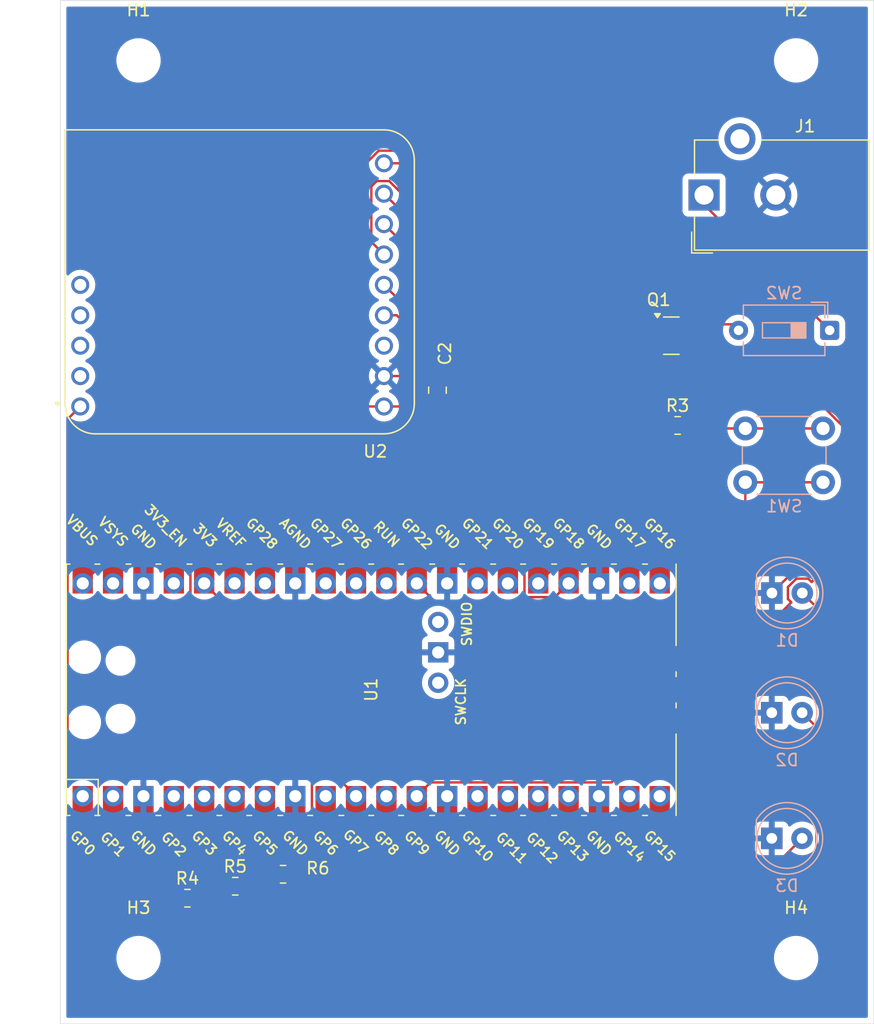
<source format=kicad_pcb>
(kicad_pcb (version 20241229) (generator "pcbnew") (generator_version "9.0")
  (layers (0 "F.Cu" signal) (2 "B.Cu" signal) (13 "F.Paste" user) (15 "B.Paste" user) (5 "F.SilkS" user "F.Silkscreen") (7 "B.SilkS" user "B.Silkscreen") (1 "F.Mask" user) (3 "B.Mask" user) (25 "Edge.Cuts" user))
  (net 0 "")
  (net 1 "VSYS")
  (net 2 "GND")
  (net 3 "Net-(D1-A)")
  (net 4 "Net-(D2-A)")
  (net 5 "Net-(D3-A)")
  (net 6 "VBUS")
  (net 7 "Net-(SW2-A)")
  (net 8 "Net-(Q1-D)")
  (net 9 "/BUTTON")
  (net 10 "/POWER LED")
  (net 11 "/STATUS LED")
  (net 12 "/ERROR LED")
  (net 13 "/3.3V")
  (net 20 "/LORA_MOSI")
  (net 21 "/LORA_CS")
  (net 23 "/LORA_RST")
  (net 27 "/LORA_SCLK")
  (net 28 "/LORA_MISO")
  (net 29 "/LORA_G1")
  (net 41 "/LORA_G0")
  (footprint "MountingHole:MountingHole_3.2mm_M3" (layer "F.Cu") (at 167.5 102.5)
    (property "Reference" "H4" (at 0 -4.2 0) (layer "F.SilkS"))
    (property "Value" "MountingHole")
    (pad "" np_thru_hole circle (at 0 0) (size 3.2 3.2) (drill 3.2) (layers "*.Cu" "*.Mask"))
  )
  (footprint "Resistor_SMD:R_0805_2012Metric" (layer "F.Cu") (at 120.5875 96.5)
    (property "Reference" "R5" (at 0 -1.65 0) (layer "F.SilkS"))
    (property "Value" "330")
    (fp_line (start -0.227064 -0.735) (end 0.227064 -0.735) (stroke (width 0.12)) (layer "F.SilkS"))
    (fp_line (start -0.227064 0.735) (end 0.227064 0.735) (stroke (width 0.12)) (layer "F.SilkS"))
    (pad "1" smd roundrect (at -0.9125 0) (size 1.025 1.4) (layers "F.Cu" "F.Mask" "F.Paste") (roundrect_rratio 0.243902) (net 11 "/STATUS LED"))
    (pad "2" smd roundrect (at 0.9125 0) (size 1.025 1.4) (layers "F.Cu" "F.Mask" "F.Paste") (roundrect_rratio 0.243902) (net 4 "Net-(D2-A)"))
  )
  (footprint "Resistor_SMD:R_0805_2012Metric" (layer "F.Cu") (at 124.5875 95.5)
    (property "Reference" "R6" (at 2.9125 -0.5 0) (layer "F.SilkS"))
    (property "Value" "330")
    (fp_line (start -0.227064 -0.735) (end 0.227064 -0.735) (stroke (width 0.12)) (layer "F.SilkS"))
    (fp_line (start -0.227064 0.735) (end 0.227064 0.735) (stroke (width 0.12)) (layer "F.SilkS"))
    (pad "1" smd roundrect (at -0.9125 0) (size 1.025 1.4) (layers "F.Cu" "F.Mask" "F.Paste") (roundrect_rratio 0.243902) (net 12 "/ERROR LED"))
    (pad "2" smd roundrect (at 0.9125 0) (size 1.025 1.4) (layers "F.Cu" "F.Mask" "F.Paste") (roundrect_rratio 0.243902) (net 5 "Net-(D3-A)"))
  )
  (footprint "Capacitor_SMD:C_0805_2012Metric" (layer "F.Cu") (at 137.5 55.05 90)
    (property "Reference" "C2" (at 3.05 0.625 90) (layer "F.SilkS"))
    (property "Value" "10u")
    (fp_line (start -0.261252 -0.735) (end 0.261252 -0.735) (stroke (width 0.12)) (layer "F.SilkS"))
    (fp_line (start -0.261252 0.735) (end 0.261252 0.735) (stroke (width 0.12)) (layer "F.SilkS"))
    (pad "1" smd roundrect (at -0.95 0 90) (size 1 1.45) (layers "F.Cu" "F.Mask" "F.Paste") (net 1 "VSYS"))
    (pad "2" smd roundrect (at 0.95 0 90) (size 1 1.45) (layers "F.Cu" "F.Mask" "F.Paste") (net 2 "GND"))
  )
  (footprint "MountingHole:MountingHole_3.2mm_M3" (layer "F.Cu") (at 112.5 102.5)
    (property "Reference" "H3" (at 0 -4.2 0) (layer "F.SilkS"))
    (property "Value" "MountingHole")
    (pad "" np_thru_hole circle (at 0 0) (size 3.2 3.2) (drill 3.2) (layers "*.Cu" "*.Mask"))
  )
  (footprint "rfm:rfm" (layer "F.Cu") (at 120.96 46 180)
    (property "Reference" "U2" (at -11.344 -14.17 0) (layer "F.SilkS"))
    (property "Value" "3073")
    (fp_line (start 14.605 12.7) (end -12.065 12.7) (stroke (width 0.127)) (layer "F.SilkS"))
    (fp_line (start 14.605 -10.16) (end 14.605 12.7) (stroke (width 0.127)) (layer "F.SilkS"))
    (fp_line (start -12.065 -12.7) (end 12.065 -12.7) (stroke (width 0.127)) (layer "F.SilkS"))
    (fp_line (start -14.605 10.16) (end -14.605 -10.16) (stroke (width 0.127)) (layer "F.SilkS"))
    (fp_arc (start 12.065 -12.7) (mid 13.861051 -11.956051) (end 14.605 -10.16) (stroke (width 0.127)) (layer "F.SilkS"))
    (fp_arc (start -12.065 12.7) (mid -13.861051 11.956051) (end -14.605 10.16) (stroke (width 0.127)) (layer "F.SilkS"))
    (fp_arc (start -14.605 -10.16) (mid -13.861051 -11.956051) (end -12.065 -12.7) (stroke (width 0.127)) (layer "F.SilkS"))
    (fp_circle (center 15.25 -10.16) (end 15.35 -10.16) (stroke (width 0.2)) (fill no) (layer "F.SilkS"))
    (pad "JP1_1" thru_hole circle (at 13.335 -10.414 180) (size 1.508 1.508) (drill 1) (layers "*.Cu" "*.Mask") (net 29 "/LORA_G1"))
    (pad "JP1_2" thru_hole circle (at 13.335 -7.874 180) (size 1.508 1.508) (drill 1) (layers "*.Cu" "*.Mask"))
    (pad "JP1_3" thru_hole circle (at 13.335 -5.334 180) (size 1.508 1.508) (drill 1) (layers "*.Cu" "*.Mask"))
    (pad "JP1_4" thru_hole circle (at 13.335 -2.794 180) (size 1.508 1.508) (drill 1) (layers "*.Cu" "*.Mask"))
    (pad "JP1_5" thru_hole circle (at 13.335 -0.254 180) (size 1.508 1.508) (drill 1) (layers "*.Cu" "*.Mask"))
    (pad "JP3_1" thru_hole circle (at -12.065 -10.414 180) (size 1.508 1.508) (drill 1) (layers "*.Cu" "*.Mask") (net 1 "VSYS"))
    (pad "JP3_2" thru_hole circle (at -12.065 -7.874 180) (size 1.508 1.508) (drill 1) (layers "*.Cu" "*.Mask") (net 2 "GND"))
    (pad "JP3_3" thru_hole circle (at -12.065 -5.334 180) (size 1.508 1.508) (drill 1) (layers "*.Cu" "*.Mask"))
    (pad "JP3_4" thru_hole circle (at -12.065 -2.794 180) (size 1.508 1.508) (drill 1) (layers "*.Cu" "*.Mask") (net 41 "/LORA_G0"))
    (pad "JP3_5" thru_hole circle (at -12.065 -0.254 180) (size 1.508 1.508) (drill 1) (layers "*.Cu" "*.Mask") (net 27 "/LORA_SCLK"))
    (pad "JP3_6" thru_hole circle (at -12.065 2.286 180) (size 1.508 1.508) (drill 1) (layers "*.Cu" "*.Mask") (net 28 "/LORA_MISO"))
    (pad "JP3_7" thru_hole circle (at -12.065 4.826 180) (size 1.508 1.508) (drill 1) (layers "*.Cu" "*.Mask") (net 20 "/LORA_MOSI"))
    (pad "JP3_8" thru_hole circle (at -12.065 7.366 180) (size 1.508 1.508) (drill 1) (layers "*.Cu" "*.Mask") (net 21 "/LORA_CS"))
    (pad "JP3_9" thru_hole circle (at -12.065 9.906 180) (size 1.508 1.508) (drill 1) (layers "*.Cu" "*.Mask") (net 23 "/LORA_RST"))
  )
  (footprint "MountingHole:MountingHole_3.2mm_M3" (layer "F.Cu") (at 167.5 27.5)
    (property "Reference" "H2" (at 0 -4.2 0) (layer "F.SilkS"))
    (property "Value" "MountingHole")
    (pad "" np_thru_hole circle (at 0 0) (size 3.2 3.2) (drill 3.2) (layers "*.Cu" "*.Mask"))
  )
  (footprint "Resistor_SMD:R_0805_2012Metric" (layer "F.Cu") (at 116.5875 97.5)
    (property "Reference" "R4" (at 0 -1.65 0) (layer "F.SilkS"))
    (property "Value" "330")
    (fp_line (start -0.227064 -0.735) (end 0.227064 -0.735) (stroke (width 0.12)) (layer "F.SilkS"))
    (fp_line (start -0.227064 0.735) (end 0.227064 0.735) (stroke (width 0.12)) (layer "F.SilkS"))
    (pad "1" smd roundrect (at -0.9125 0) (size 1.025 1.4) (layers "F.Cu" "F.Mask" "F.Paste") (roundrect_rratio 0.243902) (net 10 "/POWER LED"))
    (pad "2" smd roundrect (at 0.9125 0) (size 1.025 1.4) (layers "F.Cu" "F.Mask" "F.Paste") (roundrect_rratio 0.243902) (net 3 "Net-(D1-A)"))
  )
  (footprint "Package_TO_SOT_SMD:SOT-23" (layer "F.Cu") (at 157.0625 50.5)
    (property "Reference" "Q1" (at -1.0625 -3 0) (layer "F.SilkS"))
    (property "Value" "PMOS")
    (fp_line (start 0 -1.56) (end -0.65 -1.56) (stroke (width 0.12)) (layer "F.SilkS"))
    (fp_line (start 0 -1.56) (end 0.65 -1.56) (stroke (width 0.12)) (layer "F.SilkS"))
    (fp_line (start 0 1.56) (end -0.65 1.56) (stroke (width 0.12)) (layer "F.SilkS"))
    (fp_line (start 0 1.56) (end 0.65 1.56) (stroke (width 0.12)) (layer "F.SilkS"))
    (fp_poly (pts (xy -1.1625 -1.51) (xy -1.4025 -1.84) (xy -0.9225 -1.84) (xy -1.1625 -1.51)) (stroke (width 0.12)) (fill yes) (layer "F.SilkS"))
    (pad "1" smd roundrect (at -0.9375 -0.95) (size 1.475 0.6) (layers "F.Cu" "F.Mask" "F.Paste") (net 8 "Net-(Q1-D)"))
    (pad "2" smd roundrect (at -0.9375 0.95) (size 1.475 0.6) (layers "F.Cu" "F.Mask" "F.Paste") (net 6 "VBUS"))
    (pad "3" smd roundrect (at 0.9375 0) (size 1.475 0.6) (layers "F.Cu" "F.Mask" "F.Paste") (net 1 "VSYS"))
  )
  (footprint "MountingHole:MountingHole_3.2mm_M3" (layer "F.Cu") (at 112.5 27.5)
    (property "Reference" "H1" (at 0 -4.2 0) (layer "F.SilkS"))
    (property "Value" "MountingHole")
    (pad "" np_thru_hole circle (at 0 0) (size 3.2 3.2) (drill 3.2) (layers "*.Cu" "*.Mask"))
  )
  (footprint "Resistor_SMD:R_0805_2012Metric" (layer "F.Cu") (at 157.5875 58)
    (property "Reference" "R3" (at 0 -1.65 0) (layer "F.SilkS"))
    (property "Value" "10k")
    (fp_line (start -0.227064 -0.735) (end 0.227064 -0.735) (stroke (width 0.12)) (layer "F.SilkS"))
    (fp_line (start -0.227064 0.735) (end 0.227064 0.735) (stroke (width 0.12)) (layer "F.SilkS"))
    (pad "1" smd roundrect (at -0.9125 0) (size 1.025 1.4) (layers "F.Cu" "F.Mask" "F.Paste") (roundrect_rratio 0.243902) (net 2 "GND"))
    (pad "2" smd roundrect (at 0.9125 0) (size 1.025 1.4) (layers "F.Cu" "F.Mask" "F.Paste") (roundrect_rratio 0.243902) (net 9 "/BUTTON"))
  )
  (footprint "Connector_BarrelJack:BarrelJack_CUI_PJ-102AH_Horizontal" (layer "F.Cu") (at 159.8 38.75 90)
    (property "Reference" "J1" (at 5.75 8.45 0) (layer "F.SilkS"))
    (property "Value" "Barrel_Jack")
    (fp_line (start -4.84 -1.04) (end -3.1 -1.04) (stroke (width 0.12)) (layer "F.SilkS"))
    (fp_line (start 4.6 -0.8) (end 4.6 1.2) (stroke (width 0.12)) (layer "F.SilkS"))
    (fp_line (start 1.8 -0.8) (end 4.6 -0.8) (stroke (width 0.12)) (layer "F.SilkS"))
    (fp_line (start -4.6 -0.8) (end -1.8 -0.8) (stroke (width 0.12)) (layer "F.SilkS"))
    (fp_line (start -4.84 0.7) (end -4.84 -1.04) (stroke (width 0.12)) (layer "F.SilkS"))
    (fp_line (start 4.6 4.8) (end 4.6 13.8) (stroke (width 0.12)) (layer "F.SilkS"))
    (fp_line (start 4.6 13.8) (end -4.6 13.8) (stroke (width 0.12)) (layer "F.SilkS"))
    (fp_line (start -4.6 13.8) (end -4.6 -0.8) (stroke (width 0.12)) (layer "F.SilkS"))
    (pad "1" thru_hole rect (at 0 0 90) (size 2.6 2.6) (drill 1.6) (layers "*.Cu" "*.Mask") (net 7 "Net-(SW2-A)"))
    (pad "2" thru_hole circle (at 0 6 90) (size 2.6 2.6) (drill 1.6) (layers "*.Cu" "*.Mask") (net 2 "GND"))
    (pad "3" thru_hole circle (at 4.7 3 90) (size 2.6 2.6) (drill 1.6) (layers "*.Cu" "*.Mask"))
  )
  (footprint "pico:RPi_PicoW_SMD_TH" (layer "F.Cu") (at 131.96 80.0841 90)
    (property "Reference" "U1" (at 0 0 90) (layer "F.SilkS"))
    (property "Value" "PicoW")
    (fp_line (start 10.5 -25.5) (end 10.5 -25.2) (stroke (width 0.12)) (layer "F.SilkS"))
    (fp_line (start -10.5 -25.5) (end 10.5 -25.5) (stroke (width 0.12)) (layer "F.SilkS"))
    (fp_line (start -10.5 -25.5) (end -10.5 -25.2) (stroke (width 0.12)) (layer "F.SilkS"))
    (fp_line (start 10.5 -23.1) (end 10.5 -22.7) (stroke (width 0.12)) (layer "F.SilkS"))
    (fp_line (start -10.5 -23.1) (end -10.5 -22.7) (stroke (width 0.12)) (layer "F.SilkS"))
    (fp_line (start -7.493 -22.833) (end -7.493 -25.5) (stroke (width 0.12)) (layer "F.SilkS"))
    (fp_line (start -10.5 -22.833) (end -7.493 -22.833) (stroke (width 0.12)) (layer "F.SilkS"))
    (fp_line (start 10.5 -20.5) (end 10.5 -20.1) (stroke (width 0.12)) (layer "F.SilkS"))
    (fp_line (start -10.5 -20.5) (end -10.5 -20.1) (stroke (width 0.12)) (layer "F.SilkS"))
    (fp_line (start 10.5 -18) (end 10.5 -17.6) (stroke (width 0.12)) (layer "F.SilkS"))
    (fp_line (start -10.5 -18) (end -10.5 -17.6) (stroke (width 0.12)) (layer "F.SilkS"))
    (fp_line (start 10.5 -15.4) (end 10.5 -15) (stroke (width 0.12)) (layer "F.SilkS"))
    (fp_line (start -10.5 -15.4) (end -10.5 -15) (stroke (width 0.12)) (layer "F.SilkS"))
    (fp_line (start 10.5 -12.9) (end 10.5 -12.5) (stroke (width 0.12)) (layer "F.SilkS"))
    (fp_line (start -10.5 -12.9) (end -10.5 -12.5) (stroke (width 0.12)) (layer "F.SilkS"))
    (fp_line (start 10.5 -10.4) (end 10.5 -10) (stroke (width 0.12)) (layer "F.SilkS"))
    (fp_line (start -10.5 -10.4) (end -10.5 -10) (stroke (width 0.12)) (layer "F.SilkS"))
    (fp_line (start 10.5 -7.8) (end 10.5 -7.4) (stroke (width 0.12)) (layer "F.SilkS"))
    (fp_line (start -10.5 -7.8) (end -10.5 -7.4) (stroke (width 0.12)) (layer "F.SilkS"))
    (fp_line (start 10.5 -5.3) (end 10.5 -4.9) (stroke (width 0.12)) (layer "F.SilkS"))
    (fp_line (start -10.5 -5.3) (end -10.5 -4.9) (stroke (width 0.12)) (layer "F.SilkS"))
    (fp_line (start 10.5 -2.7) (end 10.5 -2.3) (stroke (width 0.12)) (layer "F.SilkS"))
    (fp_line (start -10.5 -2.7) (end -10.5 -2.3) (stroke (width 0.12)) (layer "F.SilkS"))
    (fp_line (start 10.5 -0.2) (end 10.5 0.2) (stroke (width 0.12)) (layer "F.SilkS"))
    (fp_line (start -10.5 -0.2) (end -10.5 0.2) (stroke (width 0.12)) (layer "F.SilkS"))
    (fp_line (start 10.5 2.3) (end 10.5 2.7) (stroke (width 0.12)) (layer "F.SilkS"))
    (fp_line (start -10.5 2.3) (end -10.5 2.7) (stroke (width 0.12)) (layer "F.SilkS"))
    (fp_line (start 10.5 4.9) (end 10.5 5.3) (stroke (width 0.12)) (layer "F.SilkS"))
    (fp_line (start -10.5 4.9) (end -10.5 5.3) (stroke (width 0.12)) (layer "F.SilkS"))
    (fp_line (start 10.5 7.4) (end 10.5 7.8) (stroke (width 0.12)) (layer "F.SilkS"))
    (fp_line (start -10.5 7.4) (end -10.5 7.8) (stroke (width 0.12)) (layer "F.SilkS"))
    (fp_line (start 10.5 10) (end 10.5 10.4) (stroke (width 0.12)) (layer "F.SilkS"))
    (fp_line (start -10.5 10) (end -10.5 10.4) (stroke (width 0.12)) (layer "F.SilkS"))
    (fp_line (start 10.5 12.5) (end 10.5 12.9) (stroke (width 0.12)) (layer "F.SilkS"))
    (fp_line (start -10.5 12.5) (end -10.5 12.9) (stroke (width 0.12)) (layer "F.SilkS"))
    (fp_line (start 10.5 15.1) (end 10.5 15.5) (stroke (width 0.12)) (layer "F.SilkS"))
    (fp_line (start -10.5 15.1) (end -10.5 15.5) (stroke (width 0.12)) (layer "F.SilkS"))
    (fp_line (start 10.5 17.6) (end 10.5 18) (stroke (width 0.12)) (layer "F.SilkS"))
    (fp_line (start -10.5 17.6) (end -10.5 18) (stroke (width 0.12)) (layer "F.SilkS"))
    (fp_line (start 10.5 20.1) (end 10.5 20.5) (stroke (width 0.12)) (layer "F.SilkS"))
    (fp_line (start -10.5 20.1) (end -10.5 20.5) (stroke (width 0.12)) (layer "F.SilkS"))
    (fp_line (start 10.5 22.7) (end 10.5 23.1) (stroke (width 0.12)) (layer "F.SilkS"))
    (fp_line (start -10.5 22.7) (end -10.5 23.1) (stroke (width 0.12)) (layer "F.SilkS"))
    (fp_line (start 10.5 25.5) (end 3.7 25.5) (stroke (width 0.12)) (layer "F.SilkS"))
    (fp_line (start 1.1 25.5) (end 1.5 25.5) (stroke (width 0.12)) (layer "F.SilkS"))
    (fp_line (start -1.5 25.5) (end -1.1 25.5) (stroke (width 0.12)) (layer "F.SilkS"))
    (fp_line (start -3.7 25.5) (end -10.5 25.5) (stroke (width 0.12)) (layer "F.SilkS"))
    (fp_text user "VSYS" (at 13.2 -21.59 135) (layer "F.SilkS") (effects (font (size 0.8 0.8))))
    (fp_text user "GP2" (at -12.9 -16.51 135) (layer "F.SilkS") (effects (font (size 0.8 0.8))))
    (fp_text user "VBUS" (at 13.3 -24.2 135) (layer "F.SilkS") (effects (font (size 0.8 0.8))))
    (fp_text user "GP4" (at -12.8 -11.43 135) (layer "F.SilkS") (effects (font (size 0.8 0.8))))
    (fp_text user "GP12" (at -13.2 14.2925 135) (layer "F.SilkS") (effects (font (size 0.8 0.8))))
    (fp_text user "GND" (at -12.8 19.05 135) (layer "F.SilkS") (effects (font (size 0.8 0.8))))
    (fp_text user "GP19" (at 13.054 13.97 135) (layer "F.SilkS") (effects (font (size 0.8 0.8))))
    (fp_text user "GP22" (at 13.054 3.81 135) (layer "F.SilkS") (effects (font (size 0.8 0.8))))
    (fp_text user "GP17" (at 13.054 21.59 135) (layer "F.SilkS") (effects (font (size 0.8 0.8))))
    (fp_text user "GP20" (at 13.054 11.43 135) (layer "F.SilkS") (effects (font (size 0.8 0.8))))
    (fp_text user "GND" (at 12.8 19.05 135) (layer "F.SilkS") (effects (font (size 0.8 0.8))))
    (fp_text user "GP16" (at 13.054 24.13 135) (layer "F.SilkS") (effects (font (size 0.8 0.8))))
    (fp_text user "GP0" (at -12.8 -24.13 135) (layer "F.SilkS") (effects (font (size 0.8 0.8))))
    (fp_text user "GND" (at 12.8 6.35 135) (layer "F.SilkS") (effects (font (size 0.8 0.8))))
    (fp_text user "GP11" (at -13.2 11.7525 135) (layer "F.SilkS") (effects (font (size 0.8 0.8))))
    (fp_text user "3V3" (at 12.9 -13.9 135) (layer "F.SilkS") (effects (font (size 0.8 0.8))))
    (fp_text user "GND" (at -12.8 6.35 135) (layer "F.SilkS") (effects (font (size 0.8 0.8))))
    (fp_text user "GP1" (at -12.9 -21.6 135) (layer "F.SilkS") (effects (font (size 0.8 0.8))))
    (fp_text user "GND" (at -12.8 -19.05 135) (layer "F.SilkS") (effects (font (size 0.8 0.8))))
    (fp_text user "GP8" (at -12.8 1.27 135) (layer "F.SilkS") (effects (font (size 0.8 0.8))))
    (fp_text user "VREF" (at 13.0675 -11.7425 135) (layer "F.SilkS") (effects (font (size 0.8 0.8))))
    (fp_text user "GP15" (at -13.054 24.13 135) (layer "F.SilkS") (effects (font (size 0.8 0.8))))
    (fp_text user "GP13" (at -13.054 16.8325 135) (layer "F.SilkS") (effects (font (size 0.8 0.8))))
    (fp_text user "AGND" (at 13.054 -6.35 135) (layer "F.SilkS") (effects (font (size 0.8 0.8))))
    (fp_text user "GP27" (at 13.054 -3.8 135) (layer "F.SilkS") (effects (font (size 0.8 0.8))))
    (fp_text user "GND" (at 12.8 -19.05 135) (layer "F.SilkS") (effects (font (size 0.8 0.8))))
    (fp_text user "GND" (at -12.8 -6.35 135) (layer "F.SilkS") (effects (font (size 0.8 0.8))))
    (fp_text user "GP10" (at -13.054 8.89 135) (layer "F.SilkS") (effects (font (size 0.8 0.8))))
    (fp_text user "GP5" (at -12.8 -8.89 135) (layer "F.SilkS") (effects (font (size 0.8 0.8))))
    (fp_text user "SWCLK" (at -1 7.5 90) (layer "F.SilkS") (effects (font (size 0.8 0.8))))
    (fp_text user "GP9" (at -12.8 3.81 135) (layer "F.SilkS") (effects (font (size 0.8 0.8))))
    (fp_text user "GP21" (at 13.054 8.9 135) (layer "F.SilkS") (effects (font (size 0.8 0.8))))
    (fp_text user "SWDIO" (at 5.5 8 90) (layer "F.SilkS") (effects (font (size 0.8 0.8))))
    (fp_text user "GP3" (at -12.8 -13.97 135) (layer "F.SilkS") (effects (font (size 0.8 0.8))))
    (fp_text user "GP28" (at 13.054 -9.144 135) (layer "F.SilkS") (effects (font (size 0.8 0.8))))
    (fp_text user "RUN" (at 13 1.27 135) (layer "F.SilkS") (effects (font (size 0.8 0.8))))
    (fp_text user "GP14" (at -13.1 21.59 135) (layer "F.SilkS") (effects (font (size 0.8 0.8))))
    (fp_text user "3V3_EN" (at 13.7 -17.2 135) (layer "F.SilkS") (effects (font (size 0.8 0.8))))
    (fp_text user "GP6" (at -12.8 -3.81 135) (layer "F.SilkS") (effects (font (size 0.8 0.8))))
    (fp_text user "GP7" (at -12.7 -1.3 135) (layer "F.SilkS") (effects (font (size 0.8 0.8))))
    (fp_text user "GP26" (at 13.054 -1.27 135) (layer "F.SilkS") (effects (font (size 0.8 0.8))))
    (fp_text user "GP18" (at 13.054 16.51 135) (layer "F.SilkS") (effects (font (size 0.8 0.8))))
    (pad "" np_thru_hole oval (at -2.725 -24 90) (size 1.8 1.8) (drill 1.8) (layers "*.Cu" "*.Mask"))
    (pad "" np_thru_hole oval (at -2.425 -20.97 90) (size 1.5 1.5) (drill 1.5) (layers "*.Cu" "*.Mask"))
    (pad "" np_thru_hole oval (at 2.425 -20.97 90) (size 1.5 1.5) (drill 1.5) (layers "*.Cu" "*.Mask"))
    (pad "" np_thru_hole oval (at 2.725 -24 90) (size 1.8 1.8) (drill 1.8) (layers "*.Cu" "*.Mask"))
    (pad "1" thru_hole oval (at -8.89 -24.13 90) (size 1.7 1.7) (drill 1.02) (layers "*.Cu" "*.Mask"))
    (pad "1" smd rect (at -8.89 -24.13 90) (size 3.5 1.7) (drill (offset -0.9 0)) (layers "F.Cu" "F.Mask"))
    (pad "2" thru_hole oval (at -8.89 -21.59 90) (size 1.7 1.7) (drill 1.02) (layers "*.Cu" "*.Mask"))
    (pad "2" smd rect (at -8.89 -21.59 90) (size 3.5 1.7) (drill (offset -0.9 0)) (layers "F.Cu" "F.Mask"))
    (pad "3" thru_hole rect (at -8.89 -19.05 90) (size 1.7 1.7) (drill 1.02) (layers "*.Cu" "*.Mask") (net 2 "GND"))
    (pad "3" smd rect (at -8.89 -19.05 90) (size 3.5 1.7) (drill (offset -0.9 0)) (layers "F.Cu" "F.Mask") (net 2 "GND"))
    (pad "4" thru_hole oval (at -8.89 -16.51 90) (size 1.7 1.7) (drill 1.02) (layers "*.Cu" "*.Mask") (net 10 "/POWER LED"))
    (pad "4" smd rect (at -8.89 -16.51 90) (size 3.5 1.7) (drill (offset -0.9 0)) (layers "F.Cu" "F.Mask") (net 10 "/POWER LED"))
    (pad "5" thru_hole oval (at -8.89 -13.97 90) (size 1.7 1.7) (drill 1.02) (layers "*.Cu" "*.Mask") (net 11 "/STATUS LED"))
    (pad "5" smd rect (at -8.89 -13.97 90) (size 3.5 1.7) (drill (offset -0.9 0)) (layers "F.Cu" "F.Mask") (net 11 "/STATUS LED"))
    (pad "6" thru_hole oval (at -8.89 -11.43 90) (size 1.7 1.7) (drill 1.02) (layers "*.Cu" "*.Mask") (net 12 "/ERROR LED"))
    (pad "6" smd rect (at -8.89 -11.43 90) (size 3.5 1.7) (drill (offset -0.9 0)) (layers "F.Cu" "F.Mask") (net 12 "/ERROR LED"))
    (pad "7" thru_hole oval (at -8.89 -8.89 90) (size 1.7 1.7) (drill 1.02) (layers "*.Cu" "*.Mask"))
    (pad "7" smd rect (at -8.89 -8.89 90) (size 3.5 1.7) (drill (offset -0.9 0)) (layers "F.Cu" "F.Mask"))
    (pad "8" thru_hole rect (at -8.89 -6.35 90) (size 1.7 1.7) (drill 1.02) (layers "*.Cu" "*.Mask") (net 2 "GND"))
    (pad "8" smd rect (at -8.89 -6.35 90) (size 3.5 1.7) (drill (offset -0.9 0)) (layers "F.Cu" "F.Mask") (net 2 "GND"))
    (pad "9" thru_hole oval (at -8.89 -3.81 90) (size 1.7 1.7) (drill 1.02) (layers "*.Cu" "*.Mask"))
    (pad "9" smd rect (at -8.89 -3.81 90) (size 3.5 1.7) (drill (offset -0.9 0)) (layers "F.Cu" "F.Mask"))
    (pad "10" thru_hole oval (at -8.89 -1.27 90) (size 1.7 1.7) (drill 1.02) (layers "*.Cu" "*.Mask") (net 41 "/LORA_G0"))
    (pad "10" smd rect (at -8.89 -1.27 90) (size 3.5 1.7) (drill (offset -0.9 0)) (layers "F.Cu" "F.Mask") (net 41 "/LORA_G0"))
    (pad "11" thru_hole oval (at -8.89 1.27 90) (size 1.7 1.7) (drill 1.02) (layers "*.Cu" "*.Mask"))
    (pad "11" smd rect (at -8.89 1.27 90) (size 3.5 1.7) (drill (offset -0.9 0)) (layers "F.Cu" "F.Mask"))
    (pad "12" thru_hole oval (at -8.89 3.81 90) (size 1.7 1.7) (drill 1.02) (layers "*.Cu" "*.Mask") (net 23 "/LORA_RST"))
    (pad "12" smd rect (at -8.89 3.81 90) (size 3.5 1.7) (drill (offset -0.9 0)) (layers "F.Cu" "F.Mask") (net 23 "/LORA_RST"))
    (pad "13" thru_hole rect (at -8.89 6.35 90) (size 1.7 1.7) (drill 1.02) (layers "*.Cu" "*.Mask") (net 2 "GND"))
    (pad "13" smd rect (at -8.89 6.35 90) (size 3.5 1.7) (drill (offset -0.9 0)) (layers "F.Cu" "F.Mask") (net 2 "GND"))
    (pad "14" thru_hole oval (at -8.89 8.89 90) (size 1.7 1.7) (drill 1.02) (layers "*.Cu" "*.Mask") (net 29 "/LORA_G1"))
    (pad "14" smd rect (at -8.89 8.89 90) (size 3.5 1.7) (drill (offset -0.9 0)) (layers "F.Cu" "F.Mask") (net 29 "/LORA_G1"))
    (pad "15" thru_hole oval (at -8.89 11.43 90) (size 1.7 1.7) (drill 1.02) (layers "*.Cu" "*.Mask"))
    (pad "15" smd rect (at -8.89 11.43 90) (size 3.5 1.7) (drill (offset -0.9 0)) (layers "F.Cu" "F.Mask"))
    (pad "16" thru_hole oval (at -8.89 13.97 90) (size 1.7 1.7) (drill 1.02) (layers "*.Cu" "*.Mask"))
    (pad "16" smd rect (at -8.89 13.97 90) (size 3.5 1.7) (drill (offset -0.9 0)) (layers "F.Cu" "F.Mask"))
    (pad "17" thru_hole oval (at -8.89 16.51 90) (size 1.7 1.7) (drill 1.02) (layers "*.Cu" "*.Mask"))
    (pad "17" smd rect (at -8.89 16.51 90) (size 3.5 1.7) (drill (offset -0.9 0)) (layers "F.Cu" "F.Mask"))
    (pad "18" thru_hole rect (at -8.89 19.05 90) (size 1.7 1.7) (drill 1.02) (layers "*.Cu" "*.Mask") (net 2 "GND"))
    (pad "18" smd rect (at -8.89 19.05 90) (size 3.5 1.7) (drill (offset -0.9 0)) (layers "F.Cu" "F.Mask") (net 2 "GND"))
    (pad "19" thru_hole oval (at -8.89 21.59 90) (size 1.7 1.7) (drill 1.02) (layers "*.Cu" "*.Mask"))
    (pad "19" smd rect (at -8.89 21.59 90) (size 3.5 1.7) (drill (offset -0.9 0)) (layers "F.Cu" "F.Mask"))
    (pad "20" thru_hole oval (at -8.89 24.13 90) (size 1.7 1.7) (drill 1.02) (layers "*.Cu" "*.Mask"))
    (pad "20" smd rect (at -8.89 24.13 90) (size 3.5 1.7) (drill (offset -0.9 0)) (layers "F.Cu" "F.Mask"))
    (pad "21" thru_hole oval (at 8.89 24.13 90) (size 1.7 1.7) (drill 1.02) (layers "*.Cu" "*.Mask") (net 28 "/LORA_MISO"))
    (pad "21" smd rect (at 8.89 24.13 90) (size 3.5 1.7) (drill (offset 0.9 0)) (layers "F.Cu" "F.Mask") (net 28 "/LORA_MISO"))
    (pad "22" thru_hole oval (at 8.89 21.59 90) (size 1.7 1.7) (drill 1.02) (layers "*.Cu" "*.Mask") (net 21 "/LORA_CS"))
    (pad "22" smd rect (at 8.89 21.59 90) (size 3.5 1.7) (drill (offset 0.9 0)) (layers "F.Cu" "F.Mask") (net 21 "/LORA_CS"))
    (pad "23" thru_hole rect (at 8.89 19.05 90) (size 1.7 1.7) (drill 1.02) (layers "*.Cu" "*.Mask") (net 2 "GND"))
    (pad "23" smd rect (at 8.89 19.05 90) (size 3.5 1.7) (drill (offset 0.9 0)) (layers "F.Cu" "F.Mask") (net 2 "GND"))
    (pad "24" thru_hole oval (at 8.89 16.51 90) (size 1.7 1.7) (drill 1.02) (layers "*.Cu" "*.Mask") (net 27 "/LORA_SCLK"))
    (pad "24" smd rect (at 8.89 16.51 90) (size 3.5 1.7) (drill (offset 0.9 0)) (layers "F.Cu" "F.Mask") (net 27 "/LORA_SCLK"))
    (pad "25" thru_hole oval (at 8.89 13.97 90) (size 1.7 1.7) (drill 1.02) (layers "*.Cu" "*.Mask") (net 20 "/LORA_MOSI"))
    (pad "25" smd rect (at 8.89 13.97 90) (size 3.5 1.7) (drill (offset 0.9 0)) (layers "F.Cu" "F.Mask") (net 20 "/LORA_MOSI"))
    (pad "26" thru_hole oval (at 8.89 11.43 90) (size 1.7 1.7) (drill 1.02) (layers "*.Cu" "*.Mask"))
    (pad "26" smd rect (at 8.89 11.43 90) (size 3.5 1.7) (drill (offset 0.9 0)) (layers "F.Cu" "F.Mask"))
    (pad "27" thru_hole oval (at 8.89 8.89 90) (size 1.7 1.7) (drill 1.02) (layers "*.Cu" "*.Mask"))
    (pad "27" smd rect (at 8.89 8.89 90) (size 3.5 1.7) (drill (offset 0.9 0)) (layers "F.Cu" "F.Mask"))
    (pad "28" thru_hole rect (at 8.89 6.35 90) (size 1.7 1.7) (drill 1.02) (layers "*.Cu" "*.Mask") (net 2 "GND"))
    (pad "28" smd rect (at 8.89 6.35 90) (size 3.5 1.7) (drill (offset 0.9 0)) (layers "F.Cu" "F.Mask") (net 2 "GND"))
    (pad "29" thru_hole oval (at 8.89 3.81 90) (size 1.7 1.7) (drill 1.02) (layers "*.Cu" "*.Mask") (net 9 "/BUTTON"))
    (pad "29" smd rect (at 8.89 3.81 90) (size 3.5 1.7) (drill (offset 0.9 0)) (layers "F.Cu" "F.Mask") (net 9 "/BUTTON"))
    (pad "30" thru_hole oval (at 8.89 1.27 90) (size 1.7 1.7) (drill 1.02) (layers "*.Cu" "*.Mask"))
    (pad "30" smd rect (at 8.89 1.27 90) (size 3.5 1.7) (drill (offset 0.9 0)) (layers "F.Cu" "F.Mask"))
    (pad "31" thru_hole oval (at 8.89 -1.27 90) (size 1.7 1.7) (drill 1.02) (layers "*.Cu" "*.Mask"))
    (pad "31" smd rect (at 8.89 -1.27 90) (size 3.5 1.7) (drill (offset 0.9 0)) (layers "F.Cu" "F.Mask"))
    (pad "32" thru_hole oval (at 8.89 -3.81 90) (size 1.7 1.7) (drill 1.02) (layers "*.Cu" "*.Mask"))
    (pad "32" smd rect (at 8.89 -3.81 90) (size 3.5 1.7) (drill (offset 0.9 0)) (layers "F.Cu" "F.Mask"))
    (pad "33" thru_hole rect (at 8.89 -6.35 90) (size 1.7 1.7) (drill 1.02) (layers "*.Cu" "*.Mask") (net 2 "GND"))
    (pad "33" smd rect (at 8.89 -6.35 90) (size 3.5 1.7) (drill (offset 0.9 0)) (layers "F.Cu" "F.Mask") (net 2 "GND"))
    (pad "34" thru_hole oval (at 8.89 -8.89 90) (size 1.7 1.7) (drill 1.02) (layers "*.Cu" "*.Mask"))
    (pad "34" smd rect (at 8.89 -8.89 90) (size 3.5 1.7) (drill (offset 0.9 0)) (layers "F.Cu" "F.Mask"))
    (pad "35" thru_hole oval (at 8.89 -11.43 90) (size 1.7 1.7) (drill 1.02) (layers "*.Cu" "*.Mask"))
    (pad "35" smd rect (at 8.89 -11.43 90) (size 3.5 1.7) (drill (offset 0.9 0)) (layers "F.Cu" "F.Mask"))
    (pad "36" thru_hole oval (at 8.89 -13.97 90) (size 1.7 1.7) (drill 1.02) (layers "*.Cu" "*.Mask") (net 13 "/3.3V"))
    (pad "36" smd rect (at 8.89 -13.97 90) (size 3.5 1.7) (drill (offset 0.9 0)) (layers "F.Cu" "F.Mask") (net 13 "/3.3V"))
    (pad "37" thru_hole oval (at 8.89 -16.51 90) (size 1.7 1.7) (drill 1.02) (layers "*.Cu" "*.Mask"))
    (pad "37" smd rect (at 8.89 -16.51 90) (size 3.5 1.7) (drill (offset 0.9 0)) (layers "F.Cu" "F.Mask"))
    (pad "38" thru_hole rect (at 8.89 -19.05 90) (size 1.7 1.7) (drill 1.02) (layers "*.Cu" "*.Mask") (net 2 "GND"))
    (pad "38" smd rect (at 8.89 -19.05 90) (size 3.5 1.7) (drill (offset 0.9 0)) (layers "F.Cu" "F.Mask") (net 2 "GND"))
    (pad "39" thru_hole oval (at 8.89 -21.59 90) (size 1.7 1.7) (drill 1.02) (layers "*.Cu" "*.Mask") (net 1 "VSYS"))
    (pad "39" smd rect (at 8.89 -21.59 90) (size 3.5 1.7) (drill (offset 0.9 0)) (layers "F.Cu" "F.Mask") (net 1 "VSYS"))
    (pad "40" thru_hole oval (at 8.89 -24.13 90) (size 1.7 1.7) (drill 1.02) (layers "*.Cu" "*.Mask") (net 6 "VBUS"))
    (pad "40" smd rect (at 8.89 -24.13 90) (size 3.5 1.7) (drill (offset 0.9 0)) (layers "F.Cu" "F.Mask") (net 6 "VBUS"))
    (pad "41" thru_hole oval (at 0.5841 5.6 90) (size 1.7 1.7) (drill 1.02) (layers "*.Cu" "*.Mask"))
    (pad "42" thru_hole rect (at 3.1241 5.6 90) (size 1.7 1.7) (drill 1.02) (layers "*.Cu" "*.Mask") (net 2 "GND"))
    (pad "43" thru_hole oval (at 5.6641 5.6 90) (size 1.7 1.7) (drill 1.02) (layers "*.Cu" "*.Mask"))
  )
  (footprint "LED_THT:LED_D5.0mm_Clear" (layer "B.Cu") (at 165.475 72)
    (property "Reference" "D1" (at 1.27 3.96 0) (layer "B.SilkS") (effects (justify mirror)))
    (property "Value" "LED")
    (fp_line (start -1.29 1.545) (end -1.29 -1.545) (stroke (width 0.12)) (layer "B.SilkS"))
    (fp_arc (start -1.29 -1.54483) (mid 2.071756 -2.880501) (end 4.26 -0.000048) (stroke (width 0.12)) (layer "B.SilkS"))
    (fp_arc (start 4.26 0.000048) (mid 2.071756 2.880501) (end -1.29 1.54483) (stroke (width 0.12)) (layer "B.SilkS"))
    (fp_circle (center 1.27 0) (end 3.77 0) (stroke (width 0.12)) (fill no) (layer "B.SilkS"))
    (pad "1" thru_hole rect (at 0 0) (size 1.8 1.8) (drill 0.9) (layers "*.Cu" "*.Mask") (net 2 "GND"))
    (pad "2" thru_hole circle (at 2.54 0) (size 1.8 1.8) (drill 0.9) (layers "*.Cu" "*.Mask") (net 3 "Net-(D1-A)"))
  )
  (footprint "LED_THT:LED_D5.0mm_Clear" (layer "B.Cu") (at 165.46 82)
    (property "Reference" "D2" (at 1.27 3.96 0) (layer "B.SilkS") (effects (justify mirror)))
    (property "Value" "LED")
    (fp_line (start -1.29 1.545) (end -1.29 -1.545) (stroke (width 0.12)) (layer "B.SilkS"))
    (fp_arc (start -1.29 -1.54483) (mid 2.071756 -2.880501) (end 4.26 -0.000048) (stroke (width 0.12)) (layer "B.SilkS"))
    (fp_arc (start 4.26 0.000048) (mid 2.071756 2.880501) (end -1.29 1.54483) (stroke (width 0.12)) (layer "B.SilkS"))
    (fp_circle (center 1.27 0) (end 3.77 0) (stroke (width 0.12)) (fill no) (layer "B.SilkS"))
    (pad "1" thru_hole rect (at 0 0) (size 1.8 1.8) (drill 0.9) (layers "*.Cu" "*.Mask") (net 2 "GND"))
    (pad "2" thru_hole circle (at 2.54 0) (size 1.8 1.8) (drill 0.9) (layers "*.Cu" "*.Mask") (net 4 "Net-(D2-A)"))
  )
  (footprint "LED_THT:LED_D5.0mm_Clear" (layer "B.Cu") (at 165.46 92.5)
    (property "Reference" "D3" (at 1.27 3.96 0) (layer "B.SilkS") (effects (justify mirror)))
    (property "Value" "LED")
    (fp_line (start -1.29 1.545) (end -1.29 -1.545) (stroke (width 0.12)) (layer "B.SilkS"))
    (fp_arc (start -1.29 -1.54483) (mid 2.071756 -2.880501) (end 4.26 -0.000048) (stroke (width 0.12)) (layer "B.SilkS"))
    (fp_arc (start 4.26 0.000048) (mid 2.071756 2.880501) (end -1.29 1.54483) (stroke (width 0.12)) (layer "B.SilkS"))
    (fp_circle (center 1.27 0) (end 3.77 0) (stroke (width 0.12)) (fill no) (layer "B.SilkS"))
    (pad "1" thru_hole rect (at 0 0) (size 1.8 1.8) (drill 0.9) (layers "*.Cu" "*.Mask") (net 2 "GND"))
    (pad "2" thru_hole circle (at 2.54 0) (size 1.8 1.8) (drill 0.9) (layers "*.Cu" "*.Mask") (net 5 "Net-(D3-A)"))
  )
  (footprint "Button_Switch_THT:SW_PUSH_6mm" (layer "B.Cu") (at 163.25 62.75)
    (property "Reference" "SW1" (at 3.25 2 0) (layer "B.SilkS") (effects (justify mirror)))
    (property "Value" "SW_Push")
    (fp_line (start -0.25 -1.5) (end -0.25 -3) (stroke (width 0.12)) (layer "B.SilkS"))
    (fp_line (start 1 -5.5) (end 5.5 -5.5) (stroke (width 0.12)) (layer "B.SilkS"))
    (fp_line (start 5.5 1) (end 1 1) (stroke (width 0.12)) (layer "B.SilkS"))
    (fp_line (start 6.75 -3) (end 6.75 -1.5) (stroke (width 0.12)) (layer "B.SilkS"))
    (pad "1" thru_hole circle (at 0 0 270) (size 2 2) (drill 1.1) (layers "*.Cu" "*.Mask") (net 13 "/3.3V"))
    (pad "1" thru_hole circle (at 6.5 0 270) (size 2 2) (drill 1.1) (layers "*.Cu" "*.Mask") (net 13 "/3.3V"))
    (pad "2" thru_hole circle (at 0 -4.5 270) (size 2 2) (drill 1.1) (layers "*.Cu" "*.Mask") (net 9 "/BUTTON"))
    (pad "2" thru_hole circle (at 6.5 -4.5 270) (size 2 2) (drill 1.1) (layers "*.Cu" "*.Mask") (net 9 "/BUTTON"))
  )
  (footprint "Button_Switch_THT:SW_DIP_SPSTx01_Slide_6.7x4.1mm_W7.62mm_P2.54mm_LowProfile" (layer "B.Cu") (at 170.305 50.0525 180)
    (property "Reference" "SW2" (at 3.81 3.11 0) (layer "B.SilkS") (effects (justify mirror)))
    (property "Value" "SW_SPST")
    (fp_line (start 7.22 2.11) (end 7.22 0.96) (stroke (width 0.12)) (layer "B.SilkS"))
    (fp_line (start 7.22 -0.96) (end 7.22 -2.11) (stroke (width 0.12)) (layer "B.SilkS"))
    (fp_line (start 3.206667 0.635) (end 3.206667 -0.635) (stroke (width 0.12)) (layer "B.SilkS"))
    (fp_line (start 0.4 2.11) (end 7.22 2.11) (stroke (width 0.12)) (layer "B.SilkS"))
    (fp_line (start 0.4 2.11) (end 0.4 1.04) (stroke (width 0.12)) (layer "B.SilkS"))
    (fp_line (start 0.4 -1.04) (end 0.4 -2.11) (stroke (width 0.12)) (layer "B.SilkS"))
    (fp_line (start 0.4 -2.11) (end 7.22 -2.11) (stroke (width 0.12)) (layer "B.SilkS"))
    (fp_line (start 0.16 2.35) (end 1.543 2.35) (stroke (width 0.12)) (layer "B.SilkS"))
    (fp_line (start 0.16 2.35) (end 0.16 1.04) (stroke (width 0.12)) (layer "B.SilkS"))
    (fp_rect (start 2 0.635) (end 5.62 -0.635) (stroke (width 0.12)) (fill no) (layer "B.SilkS"))
    (fp_rect (start 2 0.635) (end 3.206667 -0.635) (stroke (width 0.12)) (fill yes) (layer "B.SilkS"))
    (pad "1" thru_hole roundrect (at 0 0 180) (size 1.6 1.6) (drill 0.8) (layers "*.Cu" "*.Mask") (roundrect_rratio 0.15625) (net 7 "Net-(SW2-A)"))
    (pad "2" thru_hole circle (at 7.62 0 180) (size 1.6 1.6) (drill 0.8) (layers "*.Cu" "*.Mask") (net 8 "Net-(Q1-D)"))
  )
  (gr_line (start 105.96 22.5) (end 105.96 108) (stroke (width 0.05)) (layer "Edge.Cuts"))
  (gr_line (start 105.96 22.5) (end 174 22.5) (stroke (width 0.05)) (layer "Edge.Cuts"))
  (gr_line (start 174 108) (end 174 22.5) (stroke (width 0.05)) (layer "Edge.Cuts"))
  (gr_line (start 105.96 108) (end 174 108) (stroke (width 0.05)) (layer "Edge.Cuts"))
  (segment (start 140.234532 35.039) (end 132.588004 35.039) (width 0.2) (layer "F.Cu") (net 1))
  (segment (start 133.025 56.414) (end 137.086 56.414) (width 0.2) (layer "F.Cu") (net 1))
  (segment (start 110.37 57.257004) (end 110.37 71.1941) (width 0.2) (layer "F.Cu") (net 1))
  (segment (start 155.695532 50.5) (end 140.234532 35.039) (width 0.2) (layer "F.Cu") (net 1))
  (segment (start 132.588004 35.039) (end 110.37 57.257004) (width 0.2) (layer "F.Cu") (net 1))
  (segment (start 110.37 69.6321) (end 110.37 71.1941) (width 0.2) (layer "F.Cu") (net 1))
  (segment (start 133.025 56.414) (end 123.5881 56.414) (width 0.2) (layer "F.Cu") (net 1))
  (segment (start 137.086 56.414) (end 137.5 56) (width 0.2) (layer "F.Cu") (net 1))
  (segment (start 158 50.5) (end 155.695532 50.5) (width 0.2) (layer "F.Cu") (net 1))
  (segment (start 123.5881 56.414) (end 110.37 69.6321) (width 0.2) (layer "F.Cu") (net 1))
  (segment (start 171.5 65.975) (end 165.475 72) (width 0.2) (layer "F.Cu") (net 2))
  (segment (start 158.175 56.5) (end 169.839892 56.5) (width 0.2) (layer "F.Cu") (net 2))
  (segment (start 165.475 81.985) (end 165.46 82) (width 0.2) (layer "F.Cu") (net 2))
  (segment (start 137.274 53.874) (end 137.5 54.1) (width 0.2) (layer "F.Cu") (net 2))
  (segment (start 133.025 53.874) (end 137.274 53.874) (width 0.2) (layer "F.Cu") (net 2))
  (segment (start 156.675 58) (end 158.175 56.5) (width 0.2) (layer "F.Cu") (net 2))
  (segment (start 171.5 58.160108) (end 171.5 65.975) (width 0.2) (layer "F.Cu") (net 2))
  (segment (start 169.839892 56.5) (end 171.5 58.160108) (width 0.2) (layer "F.Cu") (net 2))
  (segment (start 168.45344 98.04656) (end 171.5 95) (width 0.2) (layer "F.Cu") (net 3))
  (segment (start 118.04656 98.04656) (end 168.45344 98.04656) (width 0.2) (layer "F.Cu") (net 3))
  (segment (start 171.5 95) (end 171.5 75.485) (width 0.2) (layer "F.Cu") (net 3))
  (segment (start 171.5 75.485) (end 168.015 72) (width 0.2) (layer "F.Cu") (net 3))
  (segment (start 117.5 97.5) (end 118.04656 98.04656) (width 0.2) (layer "F.Cu") (net 3))
  (segment (start 169.201 95.299) (end 169.201 83.201) (width 0.2) (layer "F.Cu") (net 4))
  (segment (start 167.5 97) (end 169.201 95.299) (width 0.2) (layer "F.Cu") (net 4))
  (segment (start 122 97) (end 167.5 97) (width 0.2) (layer "F.Cu") (net 4))
  (segment (start 169.201 83.201) (end 168 82) (width 0.2) (layer "F.Cu") (net 4))
  (segment (start 121.5 96.5) (end 122 97) (width 0.2) (layer "F.Cu") (net 4))
  (segment (start 126.113359 96.113359) (end 164.386641 96.113359) (width 0.2) (layer "F.Cu") (net 5))
  (segment (start 125.5 95.5) (end 126.113359 96.113359) (width 0.2) (layer "F.Cu") (net 5))
  (segment (start 164.386641 96.113359) (end 168 92.5) (width 0.2) (layer "F.Cu") (net 5))
  (segment (start 109 70.0241) (end 107.83 71.1941) (width 0.2) (layer "F.Cu") (net 6))
  (segment (start 109 55.623778) (end 109 70.0241) (width 0.2) (layer "F.Cu") (net 6))
  (segment (start 132.623778 32) (end 109 55.623778) (width 0.2) (layer "F.Cu") (net 6))
  (segment (start 165.55 51.45) (end 166.5 50.5) (width 0.2) (layer "F.Cu") (net 6))
  (segment (start 166.5 50.5) (end 148 32) (width 0.2) (layer "F.Cu") (net 6))
  (segment (start 148 32) (end 132.623778 32) (width 0.2) (layer "F.Cu") (net 6))
  (segment (start 156.125 51.45) (end 165.55 51.45) (width 0.2) (layer "F.Cu") (net 6))
  (segment (start 159.8 39.5475) (end 170.305 50.0525) (width 0.2) (layer "F.Cu") (net 7))
  (segment (start 159.8 38.75) (end 159.8 39.5475) (width 0.2) (layer "F.Cu") (net 7))
  (segment (start 162.1825 49.55) (end 156.125 49.55) (width 0.2) (layer "F.Cu") (net 8))
  (segment (start 162.685 50.0525) (end 162.1825 49.55) (width 0.2) (layer "F.Cu") (net 8))
  (segment (start 158.5 71.0861) (end 158.5 58) (width 0.2) (layer "F.Cu") (net 9))
  (segment (start 137.4439 72.868) (end 156.7181 72.868) (width 0.2) (layer "F.Cu") (net 9))
  (segment (start 163.25 58.25) (end 158.75 58.25) (width 0.2) (layer "F.Cu") (net 9))
  (segment (start 158.75 58.25) (end 158.5 58) (width 0.2) (layer "F.Cu") (net 9))
  (segment (start 163.25 58.25) (end 169.75 58.25) (width 0.2) (layer "F.Cu") (net 9))
  (segment (start 135.77 71.1941) (end 137.4439 72.868) (width 0.2) (layer "F.Cu") (net 9))
  (segment (start 156.7181 72.868) (end 158.5 71.0861) (width 0.2) (layer "F.Cu") (net 9))
  (segment (start 115.675 89.1991) (end 115.675 97.5) (width 0.2) (layer "F.Cu") (net 10))
  (segment (start 115.45 88.9741) (end 115.675 89.1991) (width 0.2) (layer "F.Cu") (net 10))
  (segment (start 119.675 96.175) (end 119.675 96.5) (width 0.2) (layer "F.Cu") (net 11))
  (segment (start 117.99 88.9741) (end 117.99 94.49) (width 0.2) (layer "F.Cu") (net 11))
  (segment (start 117.99 94.49) (end 119.675 96.175) (width 0.2) (layer "F.Cu") (net 11))
  (segment (start 117.99 88.9741) (end 117.5475 89.4166) (width 0.2) (layer "F.Cu") (net 11))
  (segment (start 120.53 93.4425) (end 122.5875 95.5) (width 0.2) (layer "F.Cu") (net 12))
  (segment (start 120.53 88.9741) (end 120.53 93.4425) (width 0.2) (layer "F.Cu") (net 12))
  (segment (start 122.5875 95.5) (end 123.675 95.5) (width 0.2) (layer "F.Cu") (net 12))
  (segment (start 163.25 62.75) (end 169.75 62.75) (width 0.2) (layer "F.Cu") (net 13))
  (segment (start 163.25 69) (end 163.25 62.75) (width 0.2) (layer "F.Cu") (net 13))
  (segment (start 117.99 71.1941) (end 129.7959 83) (width 0.2) (layer "F.Cu") (net 13))
  (segment (start 129.7959 83) (end 149.25 83) (width 0.2) (layer "F.Cu") (net 13))
  (segment (start 149.25 83) (end 163.25 69) (width 0.2) (layer "F.Cu") (net 13))
  (segment (start 163.5 63) (end 163.25 62.75) (width 0.2) (layer "F.Cu") (net 13))
  (segment (start 133.025 41.174) (end 147 55.149) (width 0.2) (layer "F.Cu") (net 20))
  (segment (start 147 70.1241) (end 145.93 71.1941) (width 0.2) (layer "F.Cu") (net 20))
  (segment (start 147 55.149) (end 147 70.1241) (width 0.2) (layer "F.Cu") (net 20))
  (segment (start 153.55 59.159) (end 153.55 71.1941) (width 0.2) (layer "F.Cu") (net 21))
  (segment (start 133.025 38.634) (end 153.55 59.159) (width 0.2) (layer "F.Cu") (net 21))
  (segment (start 152.0539 87.8231) (end 136.921 87.8231) (width 0.2) (layer "F.Cu") (net 23))
  (segment (start 173 66.877) (end 168.795235 71.081765) (width 0.2) (layer "F.Cu") (net 23))
  (segment (start 167.517529 70.799) (end 166.814 71.502529) (width 0.2) (layer "F.Cu") (net 23))
  (segment (start 133.025 36.094) (end 137.094 36.094) (width 0.2) (layer "F.Cu") (net 23))
  (segment (start 171 55.5) (end 173 57.5) (width 0.2) (layer "F.Cu") (net 23))
  (segment (start 166.814 72.497471) (end 167.096764 72.780236) (width 0.2) (layer "F.Cu") (net 23))
  (segment (start 136.921 87.8231) (end 135.77 88.9741) (width 0.2) (layer "F.Cu") (net 23))
  (segment (start 168.795235 71.081765) (end 168.512471 70.799) (width 0.2) (layer "F.Cu") (net 23))
  (segment (start 137.094 36.094) (end 156.5 55.5) (width 0.2) (layer "F.Cu") (net 23))
  (segment (start 173 57.5) (end 173 66.877) (width 0.2) (layer "F.Cu") (net 23))
  (segment (start 166.814 71.502529) (end 166.814 72.497471) (width 0.2) (layer "F.Cu") (net 23))
  (segment (start 156.5 55.5) (end 171 55.5) (width 0.2) (layer "F.Cu") (net 23))
  (segment (start 168.512471 70.799) (end 167.517529 70.799) (width 0.2) (layer "F.Cu") (net 23))
  (segment (start 167.096764 72.780236) (end 152.0539 87.8231) (width 0.2) (layer "F.Cu") (net 23))
  (segment (start 144.779 72.3451) (end 147.319 72.3451) (width 0.2) (layer "F.Cu") (net 27))
  (segment (start 133.025 46.254) (end 144.779 58.008) (width 0.2) (layer "F.Cu") (net 27))
  (segment (start 147.319 72.3451) (end 148.47 71.1941) (width 0.2) (layer "F.Cu") (net 27))
  (segment (start 144.779 58.008) (end 144.779 72.3451) (width 0.2) (layer "F.Cu") (net 27))
  (segment (start 156.09 60.207004) (end 156.09 71.1941) (width 0.2) (layer "F.Cu") (net 28))
  (segment (start 132.421 37.579) (end 133.461996 37.579) (width 0.2) (layer "F.Cu") (net 28))
  (segment (start 131.97 38.03) (end 132.421 37.579) (width 0.2) (layer "F.Cu") (net 28))
  (segment (start 131.97 42.659) (end 131.97 38.03) (width 0.2) (layer "F.Cu") (net 28))
  (segment (start 133.461996 37.579) (end 156.09 60.207004) (width 0.2) (layer "F.Cu") (net 28))
  (segment (start 133.025 43.714) (end 131.97 42.659) (width 0.2) (layer "F.Cu") (net 28))
  (segment (start 106.561 84.061) (end 106.561 85.061) (width 0.2) (layer "F.Cu") (net 29))
  (segment (start 106.561 57.478) (end 106.561 84.061) (width 0.2) (layer "F.Cu") (net 29))
  (segment (start 126.999 86.999) (end 126.999 93.499) (width 0.2) (layer "F.Cu") (net 29))
  (segment (start 126.999 93.499) (end 127.5 94) (width 0.2) (layer "F.Cu") (net 29))
  (segment (start 107.625 56.414) (end 106.561 57.478) (width 0.2) (layer "F.Cu") (net 29))
  (segment (start 126.5 86.5) (end 126.999 86.999) (width 0.2) (layer "F.Cu") (net 29))
  (segment (start 127.5 94) (end 137.3861 94) (width 0.2) (layer "F.Cu") (net 29))
  (segment (start 140.85 90.5361) (end 140.85 88.9741) (width 0.2) (layer "F.Cu") (net 29))
  (segment (start 137.3861 94) (end 140.85 90.5361) (width 0.2) (layer "F.Cu") (net 29))
  (segment (start 108 86.5) (end 126.5 86.5) (width 0.2) (layer "F.Cu") (net 29))
  (segment (start 106.561 85.061) (end 108 86.5) (width 0.2) (layer "F.Cu") (net 29))
  (segment (start 116.839 75.1231) (end 130.69 88.9741) (width 0.2) (layer "F.Cu") (net 41))
  (segment (start 139.5 58.5) (end 133 65) (width 0.2) (layer "F.Cu") (net 41))
  (segment (start 133 65) (end 120.0821 65) (width 0.2) (layer "F.Cu") (net 41))
  (segment (start 134.091317 48.794) (end 139.5 54.202683) (width 0.2) (layer "F.Cu") (net 41))
  (segment (start 133.025 48.794) (end 134.091317 48.794) (width 0.2) (layer "F.Cu") (net 41))
  (segment (start 116.839 68.2431) (end 116.839 75.1231) (width 0.2) (layer "F.Cu") (net 41))
  (segment (start 139.5 54.202683) (end 139.5 58.5) (width 0.2) (layer "F.Cu") (net 41))
  (segment (start 120.0821 65) (end 116.839 68.2431) (width 0.2) (layer "F.Cu") (net 41))
  (zone (net 2) (net_name "GND") (layer "B.Cu") (connect_pads (clearance 0.5)) (min_thickness 0.25) (fill yes (thermal_gap 0.5) (thermal_bridge_width 0.5))
    (polygon (pts (xy 106 22.5) (xy 106 108) (xy 174 108) (xy 174 22.5)))
  )
)
</source>
